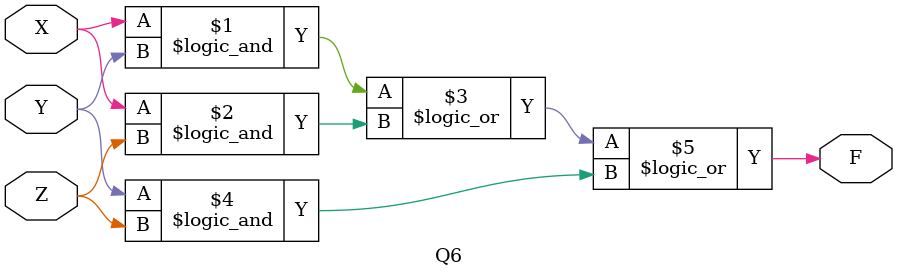
<source format=v>
module Q6 (F,X,Y,Z);
input X,Y,Z;
output F;

assign F = (X && Y) || (X && Z) || (Y && Z);
endmodule
</source>
